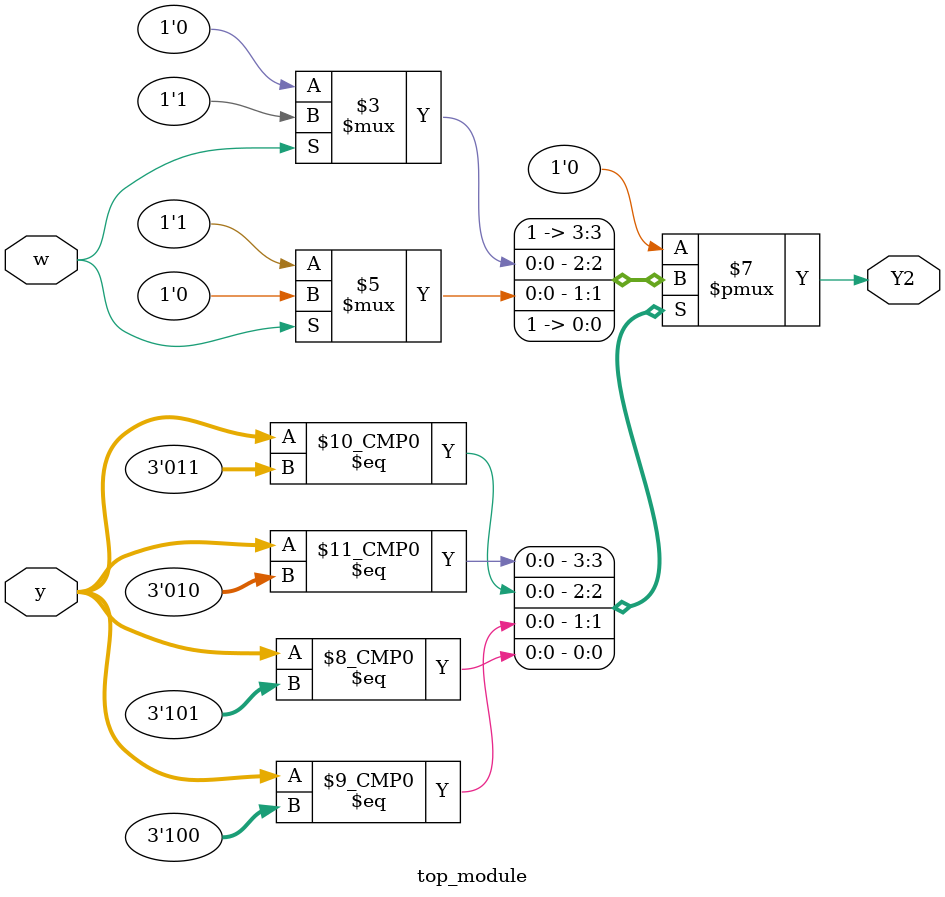
<source format=sv>
module top_module(
	input [3:1] y,
	input w,
	output reg Y2);

	always @(*) begin
		case (y)
			3'b000: Y2 = 1'b0; // A -> B
			3'b001: Y2 = 1'b0; // B -> A
			3'b010: Y2 = 1'b1; // C -> D
			3'b011: Y2 = (w == 1'b0) ? 1'b0 : 1'b1; // D -> A or D -> F
			3'b100: Y2 = (w == 1'b0) ? 1'b1 : 1'b0; // E -> D
			3'b101: Y2 = 1'b1; // F -> D
			default: Y2 = 1'b0; // Default
		endcase
	end

endmodule

</source>
